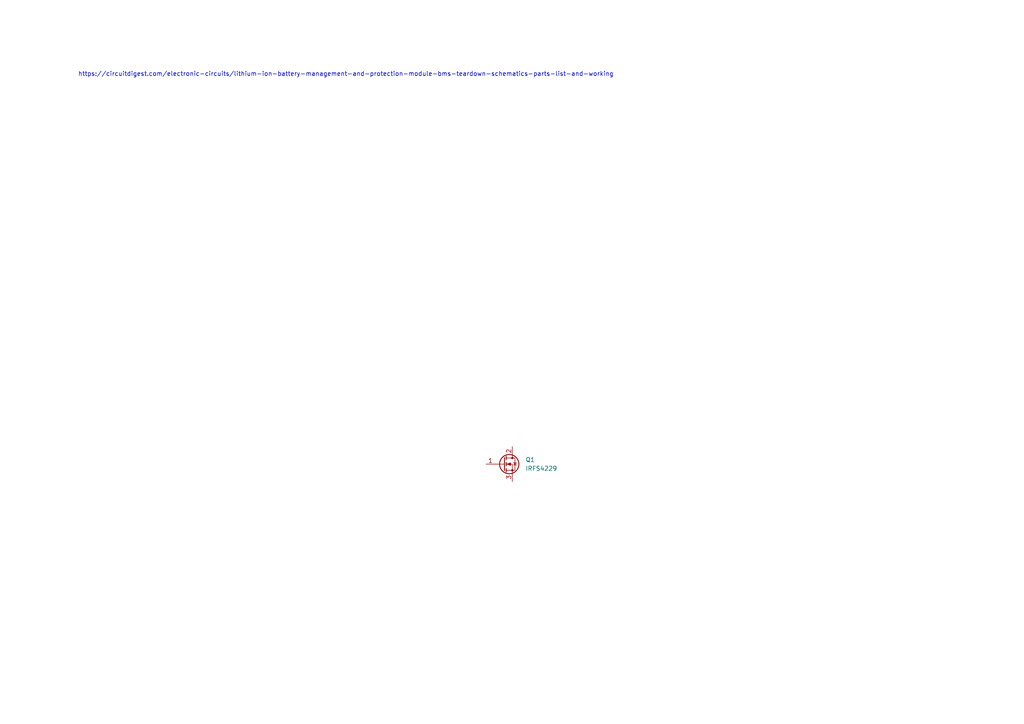
<source format=kicad_sch>
(kicad_sch (version 20231120) (generator "eeschema") (generator_version "8.0")
  (paper "A4")
  (lib_symbols
    (symbol "Transistor_FET:IRFS4229" (pin_names hide)
      (property "Reference" "Q" (at 5.08 1.905 0))
      (property "Value" "IRFS4229" (at 5.08 0 0))
      (symbol "IRFS4229_0_1"
        (polyline (pts (xy 0.254 0) (xy -2.54 0)))
        (polyline (pts (xy 0.254 1.905) (xy 0.254 -1.905)) (stroke (width 0.254)))
        (polyline (pts (xy 0.762 -1.27) (xy 0.762 -2.286)) (stroke (width 0.254)))
        (polyline (pts (xy 0.762 0.508) (xy 0.762 -0.508)) (stroke (width 0.254)))
        (polyline (pts (xy 0.762 2.286) (xy 0.762 1.27)) (stroke (width 0.254)))
        (polyline (pts (xy 2.54 2.54) (xy 2.54 1.778)))
        (polyline (pts (xy 2.54 -2.54) (xy 2.54 0) (xy 0.762 0)))
        (polyline (pts (xy 0.762 -1.778) (xy 3.302 -1.778) (xy 3.302 1.778) (xy 0.762 1.778)))
        (polyline (pts (xy 1.016 0) (xy 2.032 0.381) (xy 2.032 -0.381) (xy 1.016 0)) (fill (type outline)))
        (polyline (pts (xy 2.794 0.508) (xy 2.921 0.381) (xy 3.683 0.381) (xy 3.81 0.254)))
        (polyline (pts (xy 3.302 0.381) (xy 2.921 -0.254) (xy 3.683 -0.254) (xy 3.302 0.381)))
        (circle (center 1.651 0) (radius 2.794) (stroke (width 0.254)))
        (circle (center 2.54 -1.778) (radius 0.254) (fill (type outline)))
        (circle (center 2.54 1.778) (radius 0.254) (fill (type outline)))
      )
      (symbol "IRFS4229_1_1"
        (pin passive line (at -5.08 0 0) (length 2.54) (name "G") (number "1"))
        (pin passive line (at 2.54 5.08 270) (length 2.54) (name "D") (number "2"))
        (pin passive line (at 2.54 -5.08 90) (length 2.54) (name "S") (number "3"))
      )
    )
  )
  (text "https://circuitdigest.com/electronic-circuits/lithium-ion-battery-management-and-protection-module-bms-teardown-schematics-parts-list-and-working" (at 100.33 21.59 0) (effects (font (size 1.27 1.27))))
  (symbol (lib_id "Transistor_FET:IRFS4229") (at 146.05 134.62 0) (unit 1)
    (property "Reference" "Q1" (at 152.4 133.3499 0) (effects (justify left)))
    (property "Value" "IRFS4229" (at 152.4 135.8899 0) (effects (justify left)))
    (property "Footprint" "Package_TO_SOT_SMD:TO-263-2" (effects (hide yes)))
    (property "Datasheet" "https://www.infineon.com/dgdl/irfs4229pbf.pdf?fileId=5546d462533600a401535639fdc421a1" (effects (hide yes)))
    (property "Description" "91A Id, 250V Vds, 42mOhm Rds, N-Channel MOSFET, D2PAK" (effects (hide yes)))
  )
)
</source>
